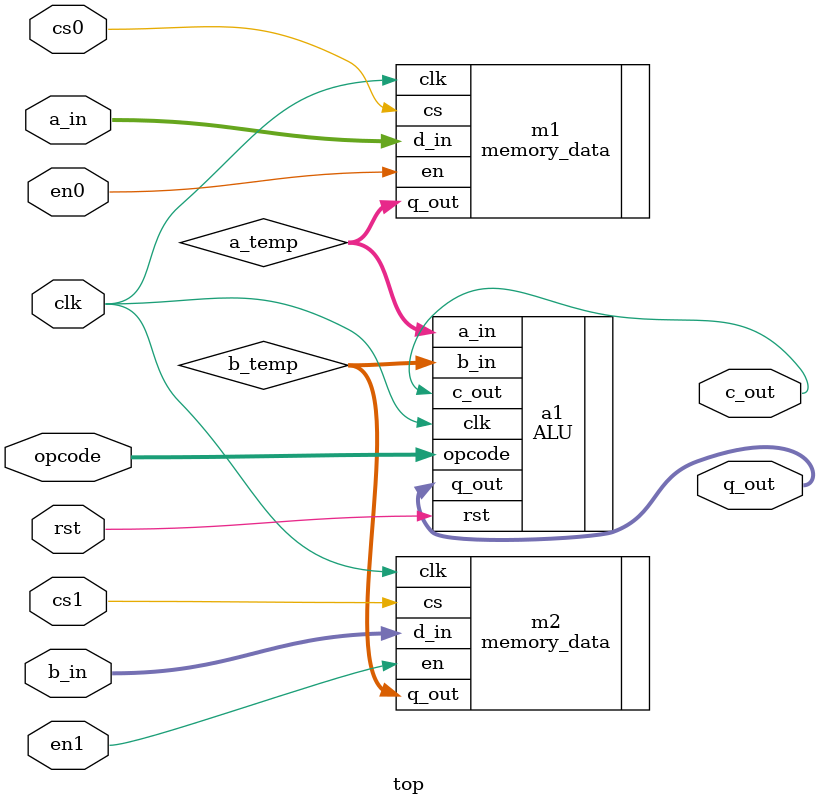
<source format=v>
`timescale 1ns / 1ps

module top #
(
    parameter data_width = 8,
    parameter op_size = 4,
    parameter address = 4
)
(
    input [data_width-1:0] a_in,b_in,
    input clk, en0,cs0,rst,en1,cs1,
    input [op_size-1:0] opcode,
    output [data_width-1:0] q_out,
    output c_out
);
    wire [data_width-1:0] a_temp, b_temp;
   
    memory_data m1(.clk(clk), .en(en0), .cs(cs0), .d_in(a_in), .q_out(a_temp));
    memory_data m2(.clk(clk), .en(en1), .cs(cs1), .d_in(b_in), .q_out(b_temp));
    ALU a1(.clk(clk), .rst(rst), .a_in(a_temp), .b_in(b_temp), .q_out(q_out), .opcode(opcode), .c_out(c_out));
endmodule






</source>
